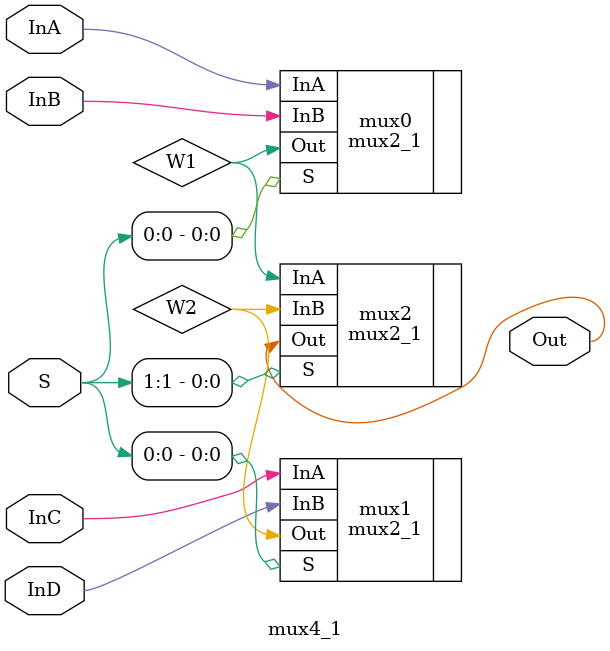
<source format=v>
module mux4_1(Out, S, InA, InB, InC, InD);
	      
	input [1:0] S;
	input InA, InB, InC, InD;
	output Out;
		 

	wire W1, W2;
	
	mux2_1 mux0(.Out(W1), .S(S[0]),
		    .InA(InA), .InB(InB));
	
	mux2_1 mux1(.Out(W2), .S(S[0]),
		    .InA(InC), .InB(InD));
			
	mux2_1 mux2(.Out(Out), .S(S[1]),
		    .InA(W1), .InB(W2));

endmodule

</source>
